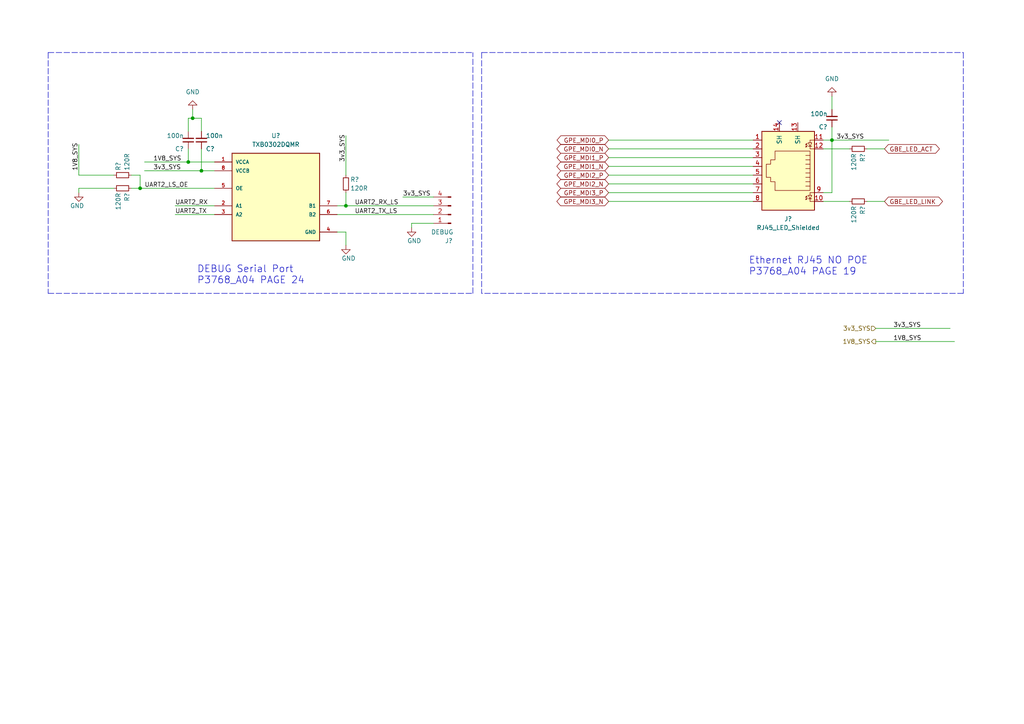
<source format=kicad_sch>
(kicad_sch (version 20211123) (generator eeschema)
  (paper "A4")
  (lib_symbols
    (symbol "Connector:Conn_01x04_Male" (pin_names (offset 1.016) hide)
      (property "Reference" "J" (at 0 5.08 0))
      (property "Value" "Conn_01x04_Male" (at 0 -7.62 0))
      (symbol "Conn_01x04_Male_1_1"
        (polyline (pts (xy 1.27 -5.08) (xy 0.8636 -5.08)) (stroke (width 0.1524)))
        (polyline (pts (xy 1.27 -2.54) (xy 0.8636 -2.54)) (stroke (width 0.1524)))
        (polyline (pts (xy 1.27 0) (xy 0.8636 0)) (stroke (width 0.1524)))
        (polyline (pts (xy 1.27 2.54) (xy 0.8636 2.54)) (stroke (width 0.1524)))
        (rectangle (start 0.8636 -4.953) (end 0 -5.207) (stroke (width 0.1524)) (fill (type outline)))
        (rectangle (start 0.8636 -2.413) (end 0 -2.667) (stroke (width 0.1524)) (fill (type outline)))
        (rectangle (start 0.8636 0.127) (end 0 -0.127) (stroke (width 0.1524)) (fill (type outline)))
        (rectangle (start 0.8636 2.667) (end 0 2.413) (stroke (width 0.1524)) (fill (type outline)))
        (pin passive line (at 5.08 2.54 180) (length 3.81) (name "Pin_1") (number "1"))
        (pin passive line (at 5.08 0 180) (length 3.81) (name "Pin_2") (number "2"))
        (pin passive line (at 5.08 -2.54 180) (length 3.81) (name "Pin_3") (number "3"))
        (pin passive line (at 5.08 -5.08 180) (length 3.81) (name "Pin_4") (number "4"))
      )
    )
    (symbol "Connector:RJ45_LED_Shielded" (pin_names (offset 1.016))
      (property "Reference" "J?" (at 19.812 -1.016 90))
      (property "Value" "RJ45_LED_Shielded" (at 17.272 -7.62 90))
      (symbol "RJ45_LED_Shielded_0_1"
        (polyline (pts (xy -7.62 -7.62) (xy -6.35 -7.62)))
        (polyline (pts (xy -7.62 -5.08) (xy -6.35 -5.08)))
        (polyline (pts (xy -7.62 7.62) (xy -6.35 7.62)))
        (polyline (pts (xy -7.62 10.16) (xy -6.35 10.16)))
        (polyline (pts (xy -6.858 -5.842) (xy -5.842 -5.842)))
        (polyline (pts (xy -6.858 9.398) (xy -5.842 9.398)))
        (polyline (pts (xy -6.35 -7.62) (xy -6.35 -6.858)))
        (polyline (pts (xy -6.35 -5.08) (xy -6.35 -5.842)))
        (polyline (pts (xy -6.35 7.62) (xy -6.35 8.382)))
        (polyline (pts (xy -6.35 10.16) (xy -6.35 9.398)))
        (polyline (pts (xy -5.08 -6.223) (xy -5.207 -6.604)))
        (polyline (pts (xy -5.08 -5.588) (xy -5.207 -5.969)))
        (polyline (pts (xy -5.08 4.445) (xy -6.35 4.445)))
        (polyline (pts (xy -5.08 5.715) (xy -6.35 5.715)))
        (polyline (pts (xy -5.08 9.017) (xy -5.207 8.636)))
        (polyline (pts (xy -5.08 9.652) (xy -5.207 9.271)))
        (polyline (pts (xy -6.35 -3.175) (xy -5.08 -3.175) (xy -5.08 -3.175)))
        (polyline (pts (xy -6.35 -1.905) (xy -5.08 -1.905) (xy -5.08 -1.905)))
        (polyline (pts (xy -6.35 -0.635) (xy -5.08 -0.635) (xy -5.08 -0.635)))
        (polyline (pts (xy -6.35 0.635) (xy -5.08 0.635) (xy -5.08 0.635)))
        (polyline (pts (xy -6.35 1.905) (xy -5.08 1.905) (xy -5.08 1.905)))
        (polyline (pts (xy -5.588 -6.731) (xy -5.08 -6.223) (xy -5.461 -6.35)))
        (polyline (pts (xy -5.588 -6.096) (xy -5.08 -5.588) (xy -5.461 -5.715)))
        (polyline (pts (xy -5.588 8.509) (xy -5.08 9.017) (xy -5.461 8.89)))
        (polyline (pts (xy -5.588 9.144) (xy -5.08 9.652) (xy -5.461 9.525)))
        (polyline (pts (xy -5.08 3.175) (xy -6.35 3.175) (xy -6.35 3.175)))
        (polyline (pts (xy -6.35 -5.842) (xy -6.858 -6.858) (xy -5.842 -6.858) (xy -6.35 -5.842)))
        (polyline (pts (xy -6.35 9.398) (xy -6.858 8.382) (xy -5.842 8.382) (xy -6.35 9.398)))
        (polyline (pts (xy -6.35 -4.445) (xy -6.35 6.985) (xy 3.81 6.985) (xy 3.81 4.445) (xy 5.08 4.445) (xy 5.08 3.175) (xy 6.35 3.175) (xy 6.35 -0.635) (xy 5.08 -0.635) (xy 5.08 -1.905) (xy 3.81 -1.905) (xy 3.81 -4.445) (xy -6.35 -4.445) (xy -6.35 -4.445)))
        (rectangle (start 7.62 12.7) (end -7.62 -10.16) (stroke (width 0.254)) (fill (type background)))
      )
      (symbol "RJ45_LED_Shielded_1_1"
        (pin passive line (at 10.16 -7.62 180) (length 2.54) (name "~") (number "1"))
        (pin passive line (at -10.16 10.16 0) (length 2.54) (name "~") (number "10"))
        (pin passive line (at -10.16 -7.62 0) (length 2.54) (name "~") (number "11"))
        (pin passive line (at -10.16 -5.08 0) (length 2.54) (name "~") (number "12"))
        (pin passive line (at -2.794 -12.7 90) (length 2.54) (name "SH") (number "13"))
        (pin passive line (at 2.54 -12.7 90) (length 2.54) (name "SH") (number "14"))
        (pin passive line (at 10.16 -5.08 180) (length 2.54) (name "~") (number "2"))
        (pin passive line (at 10.16 -2.54 180) (length 2.54) (name "~") (number "3"))
        (pin passive line (at 10.16 0 180) (length 2.54) (name "~") (number "4"))
        (pin passive line (at 10.16 2.54 180) (length 2.54) (name "~") (number "5"))
        (pin passive line (at 10.16 5.08 180) (length 2.54) (name "~") (number "6"))
        (pin passive line (at 10.16 7.62 180) (length 2.54) (name "~") (number "7"))
        (pin passive line (at 10.16 10.16 180) (length 2.54) (name "~") (number "8"))
        (pin passive line (at -10.16 7.62 0) (length 2.54) (name "~") (number "9"))
      )
    )
    (symbol "Device:C_Small" (pin_numbers hide) (pin_names (offset 0.254) hide)
      (property "Reference" "C" (at 0.254 1.778 0))
      (property "Value" "C_Small" (at 0.254 -2.032 0))
      (symbol "C_Small_0_1"
        (polyline (pts (xy -1.524 -0.508) (xy 1.524 -0.508)) (stroke (width 0.3302)))
        (polyline (pts (xy -1.524 0.508) (xy 1.524 0.508)) (stroke (width 0.3048)))
      )
      (symbol "C_Small_1_1"
        (pin passive line (at 0 2.54 270) (length 2.032) (name "~") (number "1"))
        (pin passive line (at 0 -2.54 90) (length 2.032) (name "~") (number "2"))
      )
    )
    (symbol "Device:R_Small" (pin_numbers hide) (pin_names (offset 0.254) hide)
      (property "Reference" "R" (at 0.762 0.508 0))
      (property "Value" "R_Small" (at 0.762 -1.016 0))
      (symbol "R_Small_0_1"
        (rectangle (start -0.762 1.778) (end 0.762 -1.778) (stroke (width 0.2032)))
      )
      (symbol "R_Small_1_1"
        (pin passive line (at 0 2.54 270) (length 0.762) (name "~") (number "1"))
        (pin passive line (at 0 -2.54 90) (length 0.762) (name "~") (number "2"))
      )
    )
    (symbol "TXB0302DQMR:TXB0302DQMR" (pin_names (offset 1.016))
      (property "Reference" "U" (at -12.7 13.7 0))
      (property "Value" "TXB0302DQMR" (at -12.7 -16.7 0))
      (symbol "TXB0302DQMR_0_0"
        (rectangle (start -12.7 -12.7) (end 12.7 12.7) (stroke (width 0.254)) (fill (type background)))
        (pin power_in line (at -17.78 10.16 0) (length 5.08) (name "VCCA") (number "1"))
        (pin bidirectional line (at -17.78 -2.54 0) (length 5.08) (name "A1") (number "2"))
        (pin bidirectional line (at -17.78 -5.08 0) (length 5.08) (name "A2") (number "3"))
        (pin power_in line (at 17.78 -10.16 180) (length 5.08) (name "GND") (number "4"))
        (pin input line (at -17.78 2.54 0) (length 5.08) (name "OE") (number "5"))
        (pin bidirectional line (at 17.78 -5.08 180) (length 5.08) (name "B2") (number "6"))
        (pin bidirectional line (at 17.78 -2.54 180) (length 5.08) (name "B1") (number "7"))
        (pin power_in line (at -17.78 7.62 0) (length 5.08) (name "VCCB") (number "8"))
      )
    )
    (symbol "power:GND" (power) (pin_names (offset 0))
      (property "Value" "GND" (at 0 -3.81 0))
      (symbol "GND_0_1"
        (polyline (pts (xy 0 0) (xy 0 -1.27) (xy 1.27 -1.27) (xy 0 -2.54) (xy -1.27 -1.27) (xy 0 -1.27)))
      )
      (symbol "GND_1_1"
        (pin power_in line (at 0 0 270) (length 0) hide (name "GND") (number "1"))
      )
    )
  )
  (junction (at 40.64 54.61))
  (junction (at 55.88 34.29))
  (junction (at 54.61 46.99))
  (junction (at 241.3 40.64))
  (junction (at 100.33 59.69))
  (junction (at 58.42 49.53))
  (no_connect (at 226.06 35.56))
  (wire (pts (xy 176.53 43.18) (xy 218.44 43.18)))
  (wire (pts (xy 241.3 36.83) (xy 241.3 40.64)))
  (wire (pts (xy 256.54 58.42) (xy 251.46 58.42)))
  (wire (pts (xy 41.91 46.99) (xy 54.61 46.99)))
  (wire (pts (xy 176.53 48.26) (xy 218.44 48.26)))
  (wire (pts (xy 54.61 46.99) (xy 62.23 46.99)))
  (wire (pts (xy 58.42 43.18) (xy 58.42 49.53)))
  (wire (pts (xy 176.53 40.64) (xy 218.44 40.64)))
  (wire (pts (xy 100.33 55.88) (xy 100.33 59.69)))
  (wire (pts (xy 55.88 34.29) (xy 54.61 34.29)))
  (wire (pts (xy 58.42 49.53) (xy 62.23 49.53)))
  (wire (pts (xy 254 99.06) (xy 276.86 99.06)))
  (wire (pts (xy 238.76 43.18) (xy 246.38 43.18)))
  (wire (pts (xy 125.73 64.77) (xy 119.38 64.77)))
  (wire (pts (xy 241.3 27.94) (xy 241.3 31.75)))
  (wire (pts (xy 40.64 50.8) (xy 40.64 54.61)))
  (wire (pts (xy 33.02 50.8) (xy 22.86 50.8)))
  (wire (pts (xy 97.79 59.69) (xy 100.33 59.69)))
  (wire (pts (xy 58.42 38.1) (xy 58.42 34.29)))
  (wire (pts (xy 97.79 62.23) (xy 125.73 62.23)))
  (polyline (pts (xy 139.7 15.24) (xy 279.4 15.24)))
  (wire (pts (xy 38.1 50.8) (xy 40.64 50.8)))
  (wire (pts (xy 176.53 53.34) (xy 218.44 53.34)))
  (wire (pts (xy 238.76 40.64) (xy 241.3 40.64)))
  (wire (pts (xy 22.86 54.61) (xy 22.86 55.88)))
  (wire (pts (xy 100.33 39.37) (xy 100.33 50.8)))
  (wire (pts (xy 100.33 59.69) (xy 125.73 59.69)))
  (wire (pts (xy 40.64 54.61) (xy 62.23 54.61)))
  (wire (pts (xy 97.79 67.31) (xy 100.33 67.31)))
  (wire (pts (xy 238.76 55.88) (xy 241.3 55.88)))
  (wire (pts (xy 241.3 55.88) (xy 241.3 40.64)))
  (wire (pts (xy 176.53 58.42) (xy 218.44 58.42)))
  (wire (pts (xy 50.8 59.69) (xy 62.23 59.69)))
  (wire (pts (xy 116.84 57.15) (xy 125.73 57.15)))
  (wire (pts (xy 50.8 62.23) (xy 62.23 62.23)))
  (polyline (pts (xy 13.97 15.24) (xy 137.16 15.24)))
  (wire (pts (xy 241.3 40.64) (xy 257.81 40.64)))
  (wire (pts (xy 100.33 67.31) (xy 100.33 71.12)))
  (polyline (pts (xy 13.97 15.24) (xy 13.97 85.09)))
  (wire (pts (xy 176.53 55.88) (xy 218.44 55.88)))
  (wire (pts (xy 256.54 43.18) (xy 251.46 43.18)))
  (wire (pts (xy 55.88 31.75) (xy 55.88 34.29)))
  (wire (pts (xy 22.86 41.91) (xy 22.86 50.8)))
  (wire (pts (xy 238.76 58.42) (xy 246.38 58.42)))
  (wire (pts (xy 176.53 45.72) (xy 218.44 45.72)))
  (wire (pts (xy 38.1 54.61) (xy 40.64 54.61)))
  (wire (pts (xy 54.61 34.29) (xy 54.61 38.1)))
  (wire (pts (xy 254 95.25) (xy 275.59 95.25)))
  (polyline (pts (xy 279.4 85.09) (xy 139.7 85.09)))
  (wire (pts (xy 54.61 43.18) (xy 54.61 46.99)))
  (wire (pts (xy 41.91 49.53) (xy 58.42 49.53)))
  (polyline (pts (xy 139.7 15.24) (xy 139.7 85.09)))
  (polyline (pts (xy 137.16 85.09) (xy 137.16 15.24)))
  (polyline (pts (xy 13.97 85.09) (xy 137.16 85.09)))
  (wire (pts (xy 176.53 50.8) (xy 218.44 50.8)))
  (wire (pts (xy 58.42 34.29) (xy 55.88 34.29)))
  (polyline (pts (xy 279.4 15.24) (xy 279.4 85.09)))
  (wire (pts (xy 119.38 64.77) (xy 119.38 66.04)))
  (wire (pts (xy 33.02 54.61) (xy 22.86 54.61)))
  (text "DEBUG Serial Port\nP3768_A04 PAGE 24" (at 57.15 82.55 0) (effects (font (size 2 2)) (justify left bottom)))
  (text "Ethernet RJ45 NO POE\nP3768_A04 PAGE 19" (at 217.17 80.01 0) (effects (font (size 2 2)) (justify left bottom)))
  (label "1V8_SYS" (at 22.86 49.53 90))
  (label "3v3_SYS" (at 44.45 49.53 0))
  (label "3v3_SYS" (at 116.84 57.15 0))
  (label "3v3_SYS" (at 100.33 46.99 90))
  (label "UART2_RX" (at 50.8 59.69 0))
  (label "3v3_SYS" (at 259.08 95.25 0))
  (label "UART2_RX_LS" (at 102.87 59.69 0))
  (label "UART2_LS_OE" (at 41.91 54.61 0))
  (label "UART2_TX" (at 50.8 62.23 0))
  (label "1V8_SYS" (at 44.45 46.99 0))
  (label "1V8_SYS" (at 259.08 99.06 0))
  (label "UART2_TX_LS" (at 102.87 62.23 0))
  (label "3v3_SYS" (at 242.57 40.64 0))
  (global_label "GBE_LED_LINK" (shape bidirectional) (at 256.54 58.42 0) (property "Intersheet References" "${INTERSHEET_REFS}" (effects hide)))
  (global_label "GPE_MDI1_P" (shape bidirectional) (at 176.53 45.72 180) (property "Intersheet References" "${INTERSHEET_REFS}" (effects hide)))
  (global_label "GPE_MDI3_P" (shape bidirectional) (at 176.53 55.88 180) (property "Intersheet References" "${INTERSHEET_REFS}" (effects hide)))
  (global_label "GPE_MDI0_P" (shape bidirectional) (at 176.53 40.64 180) (property "Intersheet References" "${INTERSHEET_REFS}" (effects hide)))
  (global_label "GPE_MDI2_N" (shape bidirectional) (at 176.53 53.34 180) (property "Intersheet References" "${INTERSHEET_REFS}" (effects hide)))
  (global_label "GPE_MDI1_N" (shape bidirectional) (at 176.53 48.26 180) (property "Intersheet References" "${INTERSHEET_REFS}" (effects hide)))
  (global_label "GPE_MDI3_N" (shape bidirectional) (at 176.53 58.42 180) (property "Intersheet References" "${INTERSHEET_REFS}" (effects hide)))
  (global_label "GBE_LED_ACT" (shape bidirectional) (at 256.54 43.18 0) (property "Intersheet References" "${INTERSHEET_REFS}" (effects hide)))
  (global_label "GPE_MDI2_P" (shape bidirectional) (at 176.53 50.8 180) (property "Intersheet References" "${INTERSHEET_REFS}" (effects hide)))
  (global_label "GPE_MDI0_N" (shape bidirectional) (at 176.53 43.18 180) (property "Intersheet References" "${INTERSHEET_REFS}" (effects hide)))
  (hierarchical_label "3v3_SYS" (shape input) (at 254 95.25 180))
  (hierarchical_label "1V8_SYS" (shape output) (at 254 99.06 180))
  (symbol (lib_id "Device:C_Small") (at 54.61 40.64 180) (unit 1)
    (property "Reference" "C?" (at 53.34 43.18 0) (effects (justify left)))
    (property "Value" "100n" (at 53.34 39.37 0) (effects (justify left)))
    (property "Footprint" "Capacitor_SMD:C_0402_1005Metric" (effects hide))
  )
  (symbol (lib_id "power:GND") (at 241.3 27.94 180) (unit 1)
    (property "Reference" "#PWR?" (effects hide))
    (property "Value" "GND" (at 241.3 22.86 0))
  )
  (symbol (lib_id "Device:C_Small") (at 241.3 34.29 180) (unit 1)
    (property "Reference" "C?" (at 240.03 36.83 0) (effects (justify left)))
    (property "Value" "100n" (at 240.03 33.02 0) (effects (justify left)))
    (property "Footprint" "Capacitor_SMD:C_0402_1005Metric" (effects hide))
  )
  (symbol (lib_id "Device:R_Small") (at 248.92 58.42 270) (unit 1)
    (property "Reference" "R?" (at 250.19 59.69 0) (effects (justify left)))
    (property "Value" "120R" (at 247.65 59.69 0) (effects (justify left)))
  )
  (symbol (lib_id "Device:C_Small") (at 58.42 40.64 0) (mirror x) (unit 1)
    (property "Reference" "C?" (at 59.69 43.18 0) (effects (justify left)))
    (property "Value" "100n" (at 59.69 39.37 0) (effects (justify left)))
    (property "Footprint" "Capacitor_SMD:C_0402_1005Metric" (effects hide))
  )
  (symbol (lib_id "power:GND") (at 119.38 66.04 0) (unit 1)
    (property "Reference" "#PWR?" (effects hide))
    (property "Value" "GND" (at 118.11 69.85 0) (effects (justify left)))
  )
  (symbol (lib_id "Device:R_Small") (at 100.33 53.34 0) (unit 1)
    (property "Reference" "R?" (at 101.6 52.07 0) (effects (justify left)))
    (property "Value" "120R" (at 101.6 54.61 0) (effects (justify left)))
  )
  (symbol (lib_id "Device:R_Small") (at 35.56 50.8 90) (unit 1)
    (property "Reference" "R?" (at 34.29 49.53 0) (effects (justify left)))
    (property "Value" "120R" (at 36.83 49.53 0) (effects (justify left)))
  )
  (symbol (lib_id "power:GND") (at 22.86 55.88 0) (unit 1)
    (property "Reference" "#PWR?" (effects hide))
    (property "Value" "GND" (at 20.32 59.69 0) (effects (justify left)))
  )
  (symbol (lib_id "power:GND") (at 55.88 31.75 180) (unit 1)
    (property "Reference" "#PWR?" (effects hide))
    (property "Value" "GND" (at 55.88 26.67 0))
  )
  (symbol (lib_id "Connector:Conn_01x04_Male") (at 130.81 62.23 180) (unit 1)
    (property "Reference" "J?" (at 130.175 69.85 0))
    (property "Value" "DEBUG" (at 128.27 67.31 0))
  )
  (symbol (lib_id "Device:R_Small") (at 248.92 43.18 270) (unit 1)
    (property "Reference" "R?" (at 250.19 44.45 0) (effects (justify left)))
    (property "Value" "120R" (at 247.65 44.45 0) (effects (justify left)))
  )
  (symbol (lib_id "TXB0302DQMR:TXB0302DQMR") (at 80.01 57.15 0) (unit 1)
    (property "Reference" "U?" (at 80.01 39.37 0))
    (property "Value" "TXB0302DQMR" (at 80.01 41.91 0))
    (property "Footprint" "IC_TXB0302DQMR" (effects hide))
    (property "SNAPEDA_PACKAGE_ID" "103195" (effects hide))
    (property "B_NOM" "0.2" (effects hide))
    (property "D_MAX" "1.85" (effects hide))
    (property "A_MAX" "0.4" (effects hide))
    (property "B_MAX" "0.25" (effects hide))
    (property "ENOM" "0.4" (effects hide))
    (property "D_NOM" "1.8" (effects hide))
    (property "L_MAX" "0.55" (effects hide))
    (property "E2_NOM" "0.0" (effects hide))
    (property "D2_NOM" "0.0" (effects hide))
    (property "E_NOM" "1.2" (effects hide))
    (property "B_MIN" "0.15" (effects hide))
    (property "STANDARD" "Manufacturer Recommendations" (effects hide))
    (property "PIN_COUNT" "8.0" (effects hide))
    (property "L_NOM" "0.5" (effects hide))
    (property "MANUFACTURER" "Texas Instruments" (effects hide))
    (property "E_MIN" "1.15" (effects hide))
    (property "D_MIN" "1.75" (effects hide))
    (property "L_MIN" "0.45" (effects hide))
    (property "E_MAX" "1.25" (effects hide))
  )
  (symbol (lib_id "Device:R_Small") (at 35.56 54.61 270) (unit 1)
    (property "Reference" "R?" (at 36.83 55.88 0) (effects (justify left)))
    (property "Value" "120R" (at 34.29 55.88 0) (effects (justify left)))
  )
  (symbol (lib_id "power:GND") (at 100.33 71.12 0) (unit 1)
    (property "Reference" "#PWR?" (effects hide))
    (property "Value" "GND" (at 99.06 74.93 0) (effects (justify left)))
  )
  (symbol (lib_id "Connector:RJ45_LED_Shielded") (at 228.6 48.26 180) (unit 1)
    (property "Reference" "J?" (at 228.6 63.5 0))
    (property "Value" "RJ45_LED_Shielded" (at 228.6 66.04 0))
    (property "LCSC" "C386757" (effects hide))
  )
)
</source>
